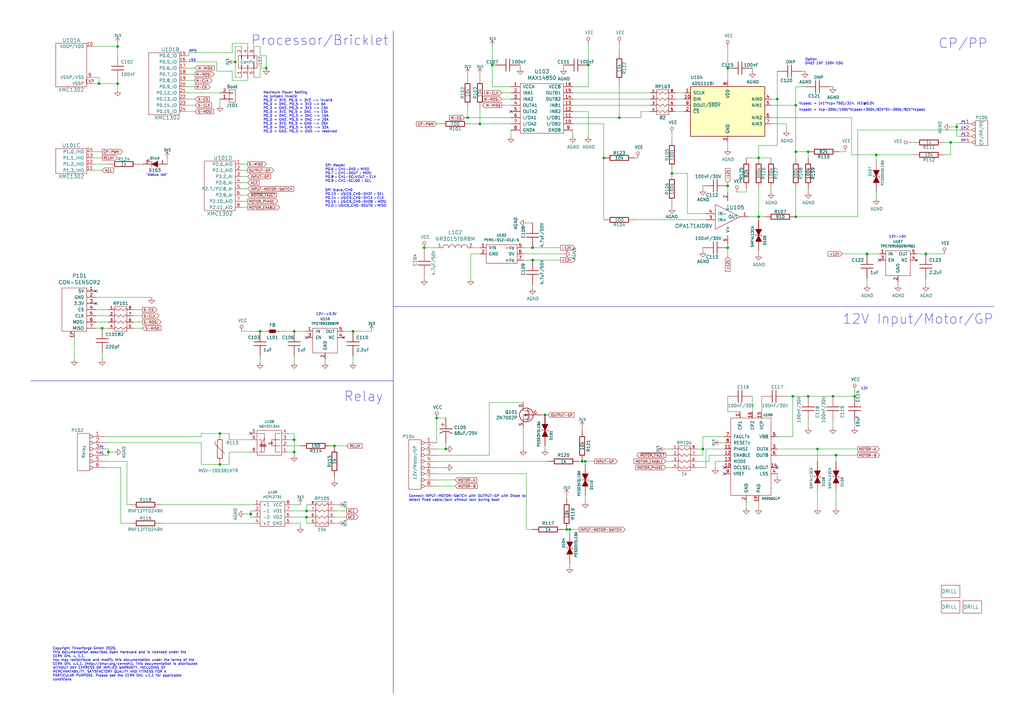
<source format=kicad_sch>
(kicad_sch (version 20230121) (generator eeschema)
  (paper "A3")
  (title_block (title "EVSE Bricklet") (date "2020-11-05") (rev "1.4") (company "Tinkerforge GmbH") (comment 1 "Licensed under CERN OHL v.1.1") (comment 2 "Copyright (©) 2020, B.Nordmeyer <bastian@tinkerforge.com>"))
  (junction (at 288.29 184.15))
  (junction (at 125.73 212.09))
  (junction (at 106.68 135.89))
  (junction (at 325.12 162.56))
  (junction (at 326.39 62.23))
  (junction (at 331.47 162.56))
  (junction (at 389.89 58.42))
  (junction (at 102.87 210.82))
  (junction (at 120.65 180.34))
  (junction (at 298.45 101.6))
  (junction (at 318.77 40.64))
  (junction (at 240.03 189.23))
  (junction (at 350.52 162.56))
  (junction (at 298.45 27.94))
  (junction (at 392.43 52.07))
  (junction (at 275.59 71.12))
  (junction (at 232.41 217.17))
  (junction (at 379.73 104.14))
  (junction (at 120.65 185.42))
  (junction (at 241.3 26.67))
  (junction (at 238.76 189.23))
  (junction (at 218.44 101.6))
  (junction (at 223.52 170.18))
  (junction (at 247.65 64.77))
  (junction (at 233.68 217.17))
  (junction (at 48.26 34.29))
  (junction (at 342.9 186.69))
  (junction (at 196.85 50.8))
  (junction (at 335.28 184.15))
  (junction (at 355.6 104.14))
  (junction (at 109.22 27.94))
  (junction (at 96.52 25.4))
  (junction (at 120.65 135.89))
  (junction (at 341.63 162.56))
  (junction (at 326.39 88.9))
  (junction (at 90.17 177.8))
  (junction (at 173.99 101.6))
  (junction (at 144.78 135.89))
  (junction (at 201.93 26.67))
  (junction (at 137.16 182.88))
  (junction (at 179.07 171.45))
  (junction (at 48.26 19.05))
  (junction (at 311.15 88.9))
  (junction (at 311.15 64.77))
  (junction (at 182.88 184.15))
  (junction (at 44.45 185.42))
  (junction (at 326.39 43.18))
  (junction (at 90.17 190.5))
  (junction (at 41.91 134.62))
  (junction (at 218.44 106.68))
  (junction (at 359.41 63.5))
  (junction (at 254 48.26))
  (junction (at 125.73 209.55))
  (junction (at 40.64 34.29))
  (junction (at 191.77 48.26))
  (junction (at 331.47 62.23))
  (junction (at 298.45 76.2))
  (no_connect (at 297.18 191.77))
  (no_connect (at 297.18 194.31))
  (no_connect (at 125.73 138.43))
  (no_connect (at 39.37 119.38))
  (no_connect (at 318.77 191.77))
  (no_connect (at 209.55 45.72))
  (no_connect (at 360.68 106.68))
  (no_connect (at 39.37 124.46))
  (no_connect (at 102.87 177.8))
  (wire (pts (xy 95.25 17.78) (xy 95.25 21.59)))
  (wire (pts (xy 191.77 44.45) (xy 191.77 48.26)))
  (wire (pts (xy 101.6 17.78) (xy 95.25 17.78)))
  (wire (pts (xy 392.43 52.07) (xy 389.89 52.07)))
  (wire (pts (xy 99.06 69.85) (xy 101.6 69.85)))
  (wire (pts (xy 231.14 104.14) (xy 214.63 104.14)))
  (wire (pts (xy 38.1 62.23) (xy 41.91 62.23)))
  (polyline (pts (xy 161.29 156.21) (xy 12.7 156.21)))
  (wire (pts (xy 325.12 162.56) (xy 322.58 162.56)))
  (wire (pts (xy 186.69 199.39) (xy 179.07 199.39)))
  (wire (pts (xy 201.93 26.67) (xy 201.93 35.56)))
  (wire (pts (xy 325.12 179.07) (xy 325.12 162.56)))
  (wire (pts (xy 311.15 88.9) (xy 311.15 77.47)))
  (wire (pts (xy 325.12 162.56) (xy 331.47 162.56)))
  (wire (pts (xy 120.65 185.42) (xy 120.65 186.69)))
  (wire (pts (xy 342.9 208.28) (xy 342.9 201.93)))
  (wire (pts (xy 54.61 134.62) (xy 58.42 134.62)))
  (wire (pts (xy 93.98 185.42) (xy 102.87 185.42)))
  (wire (pts (xy 231.14 217.17) (xy 232.41 217.17)))
  (wire (pts (xy 173.99 114.3) (xy 173.99 113.03)))
  (wire (pts (xy 38.1 34.29) (xy 40.64 34.29)))
  (wire (pts (xy 298.45 168.91) (xy 298.45 162.56)))
  (wire (pts (xy 43.18 186.69) (xy 44.45 186.69)))
  (wire (pts (xy 99.06 72.39) (xy 101.6 72.39)))
  (wire (pts (xy 318.77 195.58) (xy 318.77 194.31)))
  (wire (pts (xy 241.3 35.56) (xy 234.95 35.56)))
  (wire (pts (xy 53.34 207.01) (xy 52.07 207.01)))
  (wire (pts (xy 359.41 63.5) (xy 359.41 66.04)))
  (wire (pts (xy 275.59 69.85) (xy 275.59 71.12)))
  (wire (pts (xy 119.38 214.63) (xy 123.19 214.63)))
  (wire (pts (xy 285.75 186.69) (xy 288.29 186.69)))
  (wire (pts (xy 280.67 40.64) (xy 276.86 40.64)))
  (wire (pts (xy 288.29 77.47) (xy 288.29 76.2)))
  (wire (pts (xy 120.65 177.8) (xy 120.65 180.34)))
  (wire (pts (xy 247.65 64.77) (xy 247.65 90.17)))
  (wire (pts (xy 311.15 88.9) (xy 311.15 90.17)))
  (wire (pts (xy 102.87 180.34) (xy 93.98 180.34)))
  (wire (pts (xy 288.29 186.69) (xy 288.29 184.15)))
  (wire (pts (xy 80.01 35.56) (xy 76.2 35.56)))
  (wire (pts (xy 297.18 186.69) (xy 290.83 186.69)))
  (wire (pts (xy 182.88 181.61) (xy 182.88 184.15)))
  (wire (pts (xy 290.83 189.23) (xy 285.75 189.23)))
  (wire (pts (xy 306.07 64.77) (xy 311.15 64.77)))
  (wire (pts (xy 76.2 40.64) (xy 80.01 40.64)))
  (wire (pts (xy 43.18 179.07) (xy 82.55 179.07)))
  (wire (pts (xy 49.53 214.63) (xy 49.53 191.77)))
  (wire (pts (xy 298.45 74.93) (xy 298.45 76.2)))
  (wire (pts (xy 262.89 48.26) (xy 262.89 45.72)))
  (wire (pts (xy 218.44 101.6) (xy 229.87 101.6)))
  (wire (pts (xy 326.39 35.56) (xy 330.2 35.56)))
  (wire (pts (xy 196.85 31.75) (xy 196.85 30.48)))
  (wire (pts (xy 39.37 127) (xy 44.45 127)))
  (wire (pts (xy 306.07 78.74) (xy 306.07 77.47)))
  (wire (pts (xy 49.53 214.63) (xy 53.34 214.63)))
  (wire (pts (xy 214.63 106.68) (xy 218.44 106.68)))
  (wire (pts (xy 316.23 78.74) (xy 316.23 77.47)))
  (polyline (pts (xy 161.29 12.7) (xy 161.29 284.48)))
  (wire (pts (xy 355.6 104.14) (xy 360.68 104.14)))
  (wire (pts (xy 215.9 217.17) (xy 218.44 217.17)))
  (wire (pts (xy 109.22 135.89) (xy 106.68 135.89)))
  (wire (pts (xy 318.77 184.15) (xy 335.28 184.15)))
  (wire (pts (xy 273.05 191.77) (xy 275.59 191.77)))
  (wire (pts (xy 120.65 135.89) (xy 125.73 135.89)))
  (wire (pts (xy 318.77 179.07) (xy 325.12 179.07)))
  (wire (pts (xy 102.87 212.09) (xy 104.14 212.09)))
  (wire (pts (xy 76.2 22.86) (xy 77.47 22.86)))
  (wire (pts (xy 288.29 102.87) (xy 288.29 101.6)))
  (wire (pts (xy 106.68 148.59) (xy 106.68 146.05)))
  (wire (pts (xy 326.39 88.9) (xy 351.79 88.9)))
  (wire (pts (xy 308.61 27.94) (xy 308.61 29.21)))
  (wire (pts (xy 280.67 45.72) (xy 276.86 45.72)))
  (wire (pts (xy 285.75 184.15) (xy 288.29 184.15)))
  (wire (pts (xy 68.58 64.77) (xy 68.58 67.31)))
  (wire (pts (xy 238.76 176.53) (xy 238.76 175.26)))
  (wire (pts (xy 295.91 181.61) (xy 297.18 181.61)))
  (wire (pts (xy 293.37 189.23) (xy 293.37 191.77)))
  (wire (pts (xy 241.3 45.72) (xy 241.3 55.88)))
  (wire (pts (xy 93.98 190.5) (xy 93.98 185.42)))
  (wire (pts (xy 99.06 80.01) (xy 101.6 80.01)))
  (wire (pts (xy 44.45 184.15) (xy 43.18 184.15)))
  (wire (pts (xy 303.53 168.91) (xy 298.45 168.91)))
  (wire (pts (xy 240.03 189.23) (xy 243.84 189.23)))
  (wire (pts (xy 48.26 19.05) (xy 48.26 22.86)))
  (wire (pts (xy 193.04 104.14) (xy 193.04 114.3)))
  (wire (pts (xy 179.07 194.31) (xy 215.9 194.31)))
  (wire (pts (xy 316.23 50.8) (xy 322.58 50.8)))
  (wire (pts (xy 125.73 214.63) (xy 125.73 212.09)))
  (wire (pts (xy 118.11 180.34) (xy 120.65 180.34)))
  (wire (pts (xy 48.26 33.02) (xy 48.26 34.29)))
  (wire (pts (xy 311.15 208.28) (xy 311.15 205.74)))
  (wire (pts (xy 359.41 78.74) (xy 359.41 81.28)))
  (wire (pts (xy 120.65 148.59) (xy 120.65 146.05)))
  (wire (pts (xy 118.11 182.88) (xy 123.19 182.88)))
  (wire (pts (xy 298.45 105.41) (xy 298.45 101.6)))
  (wire (pts (xy 240.03 190.5) (xy 240.03 189.23)))
  (wire (pts (xy 101.6 31.75) (xy 101.6 33.02)))
  (wire (pts (xy 260.35 64.77) (xy 261.62 64.77)))
  (wire (pts (xy 233.68 217.17) (xy 237.49 217.17)))
  (wire (pts (xy 218.44 118.11) (xy 218.44 116.84)))
  (wire (pts (xy 76.2 38.1) (xy 90.17 38.1)))
  (wire (pts (xy 142.24 212.09) (xy 137.16 212.09)))
  (wire (pts (xy 109.22 22.86) (xy 109.22 27.94)))
  (wire (pts (xy 52.07 189.23) (xy 52.07 207.01)))
  (wire (pts (xy 389.89 58.42) (xy 393.7 58.42)))
  (wire (pts (xy 125.73 212.09) (xy 127 212.09)))
  (wire (pts (xy 137.16 209.55) (xy 142.24 209.55)))
  (wire (pts (xy 273.05 184.15) (xy 275.59 184.15)))
  (wire (pts (xy 58.42 67.31) (xy 57.15 67.31)))
  (wire (pts (xy 234.95 45.72) (xy 241.3 45.72)))
  (wire (pts (xy 233.68 218.44) (xy 233.68 217.17)))
  (wire (pts (xy 209.55 55.88) (xy 209.55 53.34)))
  (wire (pts (xy 213.36 27.94) (xy 213.36 26.67)))
  (wire (pts (xy 106.68 27.94) (xy 109.22 27.94)))
  (wire (pts (xy 234.95 38.1) (xy 266.7 38.1)))
  (wire (pts (xy 289.56 184.15) (xy 289.56 191.77)))
  (wire (pts (xy 90.17 190.5) (xy 93.98 190.5)))
  (wire (pts (xy 196.85 44.45) (xy 196.85 50.8)))
  (wire (pts (xy 104.14 19.05) (xy 106.68 19.05)))
  (wire (pts (xy 200.66 165.1) (xy 214.63 165.1)))
  (wire (pts (xy 349.25 48.26) (xy 349.25 63.5)))
  (wire (pts (xy 298.45 58.42) (xy 298.45 60.96)))
  (wire (pts (xy 297.18 189.23) (xy 293.37 189.23)))
  (wire (pts (xy 234.95 48.26) (xy 254 48.26)))
  (wire (pts (xy 119.38 212.09) (xy 125.73 212.09)))
  (wire (pts (xy 232.41 217.17) (xy 233.68 217.17)))
  (wire (pts (xy 99.06 135.89) (xy 106.68 135.89)))
  (wire (pts (xy 80.01 30.48) (xy 76.2 30.48)))
  (wire (pts (xy 142.24 182.88) (xy 137.16 182.88)))
  (wire (pts (xy 80.01 27.94) (xy 76.2 27.94)))
  (wire (pts (xy 359.41 63.5) (xy 349.25 63.5)))
  (wire (pts (xy 241.3 26.67) (xy 241.3 35.56)))
  (wire (pts (xy 275.59 71.12) (xy 281.94 71.12)))
  (wire (pts (xy 203.2 26.67) (xy 201.93 26.67)))
  (wire (pts (xy 127 207.01) (xy 125.73 207.01)))
  (wire (pts (xy 104.14 31.75) (xy 106.68 31.75)))
  (wire (pts (xy 311.15 88.9) (xy 313.69 88.9)))
  (wire (pts (xy 200.66 165.1) (xy 200.66 186.69)))
  (wire (pts (xy 101.6 19.05) (xy 101.6 17.78)))
  (wire (pts (xy 127 214.63) (xy 125.73 214.63)))
  (wire (pts (xy 311.15 59.69) (xy 311.15 64.77)))
  (wire (pts (xy 280.67 38.1) (xy 276.86 38.1)))
  (wire (pts (xy 379.73 104.14) (xy 387.35 104.14)))
  (wire (pts (xy 298.45 27.94) (xy 298.45 33.02)))
  (wire (pts (xy 318.77 40.64) (xy 318.77 29.21)))
  (wire (pts (xy 80.01 33.02) (xy 76.2 33.02)))
  (wire (pts (xy 374.65 63.5) (xy 359.41 63.5)))
  (wire (pts (xy 289.56 184.15) (xy 297.18 184.15)))
  (wire (pts (xy 101.6 33.02) (xy 95.25 33.02)))
  (wire (pts (xy 93.98 177.8) (xy 90.17 177.8)))
  (wire (pts (xy 39.37 132.08) (xy 44.45 132.08)))
  (wire (pts (xy 137.16 207.01) (xy 138.43 207.01)))
  (wire (pts (xy 275.59 54.61) (xy 275.59 57.15)))
  (wire (pts (xy 350.52 162.56) (xy 350.52 160.02)))
  (wire (pts (xy 234.95 55.88) (xy 234.95 53.34)))
  (wire (pts (xy 179.07 191.77) (xy 182.88 191.77)))
  (wire (pts (xy 229.87 106.68) (xy 218.44 106.68)))
  (wire (pts (xy 119.38 209.55) (xy 125.73 209.55)))
  (wire (pts (xy 99.06 77.47) (xy 101.6 77.47)))
  (wire (pts (xy 298.45 78.74) (xy 298.45 76.2)))
  (wire (pts (xy 307.34 88.9) (xy 311.15 88.9)))
  (wire (pts (xy 340.36 35.56) (xy 341.63 35.56)))
  (wire (pts (xy 392.43 52.07) (xy 392.43 50.8)))
  (wire (pts (xy 331.47 64.77) (xy 331.47 62.23)))
  (wire (pts (xy 205.74 38.1) (xy 209.55 38.1)))
  (wire (pts (xy 311.15 64.77) (xy 316.23 64.77)))
  (wire (pts (xy 114.3 135.89) (xy 120.65 135.89)))
  (wire (pts (xy 247.65 50.8) (xy 247.65 64.77)))
  (wire (pts (xy 201.93 19.05) (xy 201.93 26.67)))
  (wire (pts (xy 179.07 171.45) (xy 182.88 171.45)))
  (wire (pts (xy 77.47 21.59) (xy 95.25 21.59)))
  (wire (pts (xy 288.29 184.15) (xy 288.29 179.07)))
  (wire (pts (xy 273.05 186.69) (xy 275.59 186.69)))
  (wire (pts (xy 179.07 196.85) (xy 186.69 196.85)))
  (wire (pts (xy 191.77 31.75) (xy 191.77 30.48)))
  (wire (pts (xy 241.3 17.78) (xy 241.3 26.67)))
  (wire (pts (xy 38.1 69.85) (xy 41.91 69.85)))
  (wire (pts (xy 196.85 50.8) (xy 209.55 50.8)))
  (wire (pts (xy 76.2 45.72) (xy 80.01 45.72)))
  (wire (pts (xy 93.98 180.34) (xy 93.98 177.8)))
  (wire (pts (xy 179.07 186.69) (xy 200.66 186.69)))
  (wire (pts (xy 222.25 170.18) (xy 223.52 170.18)))
  (wire (pts (xy 102.87 209.55) (xy 102.87 210.82)))
  (wire (pts (xy 30.48 138.43) (xy 30.48 147.32)))
  (wire (pts (xy 240.03 203.2) (xy 240.03 205.74)))
  (wire (pts (xy 335.28 208.28) (xy 335.28 201.93)))
  (wire (pts (xy 215.9 194.31) (xy 215.9 217.17)))
  (wire (pts (xy 306.07 208.28) (xy 306.07 205.74)))
  (wire (pts (xy 76.2 25.4) (xy 88.9 25.4)))
  (wire (pts (xy 281.94 87.63) (xy 289.56 87.63)))
  (wire (pts (xy 144.78 135.89) (xy 152.4 135.89)))
  (wire (pts (xy 326.39 43.18) (xy 326.39 62.23)))
  (wire (pts (xy 95.25 33.02) (xy 95.25 29.21)))
  (wire (pts (xy 43.18 189.23) (xy 52.07 189.23)))
  (wire (pts (xy 41.91 144.78) (xy 41.91 147.32)))
  (wire (pts (xy 254 17.78) (xy 254 21.59)))
  (wire (pts (xy 218.44 101.6) (xy 214.63 101.6)))
  (wire (pts (xy 389.89 58.42) (xy 389.89 63.5)))
  (wire (pts (xy 99.06 67.31) (xy 101.6 67.31)))
  (wire (pts (xy 387.35 58.42) (xy 389.89 58.42)))
  (wire (pts (xy 38.1 67.31) (xy 44.45 67.31)))
  (wire (pts (xy 120.65 180.34) (xy 120.65 185.42)))
  (wire (pts (xy 179.07 189.23) (xy 224.79 189.23)))
  (wire (pts (xy 99.06 85.09) (xy 101.6 85.09)))
  (wire (pts (xy 102.87 210.82) (xy 102.87 212.09)))
  (wire (pts (xy 44.45 134.62) (xy 41.91 134.62)))
  (wire (pts (xy 318.77 40.64) (xy 318.77 59.69)))
  (wire (pts (xy 90.17 43.18) (xy 90.17 40.64)))
  (wire (pts (xy 223.52 170.18) (xy 224.79 170.18)))
  (wire (pts (xy 77.47 22.86) (xy 77.47 21.59)))
  (wire (pts (xy 298.45 100.33) (xy 298.45 101.6)))
  (wire (pts (xy 289.56 90.17) (xy 260.35 90.17)))
  (wire (pts (xy 308.61 168.91) (xy 308.61 162.56)))
  (wire (pts (xy 232.41 204.47) (xy 232.41 203.2)))
  (wire (pts (xy 344.17 62.23) (xy 346.71 62.23)))
  (wire (pts (xy 48.26 34.29) (xy 48.26 36.83)))
  (wire (pts (xy 233.68 232.41) (xy 233.68 231.14)))
  (wire (pts (xy 262.89 45.72) (xy 266.7 45.72)))
  (wire (pts (xy 215.9 91.44) (xy 218.44 91.44)))
  (wire (pts (xy 375.92 104.14) (xy 379.73 104.14)))
  (wire (pts (xy 393.7 53.34) (xy 351.79 53.34)))
  (wire (pts (xy 326.39 62.23) (xy 326.39 64.77)))
  (wire (pts (xy 99.06 82.55) (xy 101.6 82.55)))
  (wire (pts (xy 66.04 207.01) (xy 104.14 207.01)))
  (wire (pts (xy 355.6 116.84) (xy 355.6 114.3)))
  (wire (pts (xy 58.42 127) (xy 54.61 127)))
  (wire (pts (xy 275.59 85.09) (xy 275.59 83.82)))
  (wire (pts (xy 123.19 214.63) (xy 123.19 215.9)))
  (wire (pts (xy 190.5 48.26) (xy 191.77 48.26)))
  (wire (pts (xy 118.11 177.8) (xy 120.65 177.8)))
  (wire (pts (xy 137.16 196.85) (xy 137.16 195.58)))
  (wire (pts (xy 331.47 175.26) (xy 331.47 172.72)))
  (wire (pts (xy 231.14 27.94) (xy 231.14 26.67)))
  (wire (pts (xy 234.95 43.18) (xy 266.7 43.18)))
  (wire (pts (xy 205.74 43.18) (xy 209.55 43.18)))
  (wire (pts (xy 316.23 43.18) (xy 326.39 43.18)))
  (wire (pts (xy 39.37 121.92) (xy 62.23 121.92)))
  (wire (pts (xy 312.42 168.91) (xy 312.42 162.56)))
  (wire (pts (xy 342.9 189.23) (xy 342.9 186.69)))
  (wire (pts (xy 76.2 43.18) (xy 80.01 43.18)))
  (wire (pts (xy 254 48.26) (xy 254 34.29)))
  (wire (pts (xy 49.53 191.77) (xy 43.18 191.77)))
  (wire (pts (xy 44.45 185.42) (xy 46.99 185.42)))
  (wire (pts (xy 318.77 186.69) (xy 342.9 186.69)))
  (wire (pts (xy 96.52 19.05) (xy 96.52 25.4)))
  (wire (pts (xy 179.07 171.45) (xy 179.07 181.61)))
  (wire (pts (xy 38.1 64.77) (xy 41.91 64.77)))
  (wire (pts (xy 106.68 31.75) (xy 106.68 27.94)))
  (wire (pts (xy 193.04 50.8) (xy 196.85 50.8)))
  (wire (pts (xy 345.44 104.14) (xy 355.6 104.14)))
  (wire (pts (xy 43.18 181.61) (xy 82.55 181.61)))
  (wire (pts (xy 40.64 31.75) (xy 40.64 34.29)))
  (wire (pts (xy 82.55 177.8) (xy 82.55 179.07)))
  (wire (pts (xy 351.79 53.34) (xy 351.79 88.9)))
  (wire (pts (xy 196.85 104.14) (xy 193.04 104.14)))
  (wire (pts (xy 373.38 58.42) (xy 374.65 58.42)))
  (wire (pts (xy 280.67 43.18) (xy 276.86 43.18)))
  (wire (pts (xy 238.76 189.23) (xy 240.03 189.23)))
  (wire (pts (xy 326.39 88.9) (xy 326.39 77.47)))
  (wire (pts (xy 331.47 78.74) (xy 331.47 77.47)))
  (wire (pts (xy 254 48.26) (xy 262.89 48.26)))
  (wire (pts (xy 106.68 19.05) (xy 106.68 22.86)))
  (wire (pts (xy 140.97 135.89) (xy 144.78 135.89)))
  (wire (pts (xy 137.16 214.63) (xy 138.43 214.63)))
  (wire (pts (xy 290.83 186.69) (xy 290.83 189.23)))
  (wire (pts (xy 133.35 148.59) (xy 133.35 147.32)))
  (wire (pts (xy 179.07 50.8) (xy 180.34 50.8)))
  (wire (pts (xy 288.29 179.07) (xy 297.18 179.07)))
  (wire (pts (xy 194.31 101.6) (xy 196.85 101.6)))
  (wire (pts (xy 38.1 31.75) (xy 40.64 31.75)))
  (wire (pts (xy 350.52 175.26) (xy 350.52 172.72)))
  (wire (pts (xy 90.17 177.8) (xy 82.55 177.8)))
  (wire (pts (xy 58.42 132.08) (xy 54.61 132.08)))
  (wire (pts (xy 275.59 189.23) (xy 273.05 189.23)))
  (wire (pts (xy 335.28 184.15) (xy 351.79 184.15)))
  (wire (pts (xy 237.49 189.23) (xy 238.76 189.23)))
  (wire (pts (xy 48.26 17.78) (xy 48.26 19.05)))
  (wire (pts (xy 173.99 101.6) (xy 173.99 102.87)))
  (wire (pts (xy 368.3 116.84) (xy 368.3 115.57)))
  (wire (pts (xy 82.55 190.5) (xy 90.17 190.5)))
  (wire (pts (xy 285.75 191.77) (xy 289.56 191.77)))
  (wire (pts (xy 302.26 78.74) (xy 306.07 78.74)))
  (wire (pts (xy 341.63 162.56) (xy 350.52 162.56)))
  (wire (pts (xy 144.78 146.05) (xy 144.78 148.59)))
  (wire (pts (xy 106.68 22.86) (xy 109.22 22.86)))
  (wire (pts (xy 379.73 114.3) (xy 379.73 116.84)))
  (wire (pts (xy 328.93 29.21) (xy 330.2 29.21)))
  (wire (pts (xy 209.55 35.56) (xy 201.93 35.56)))
  (wire (pts (xy 393.7 55.88) (xy 392.43 55.88)))
  (wire (pts (xy 341.63 175.26) (xy 341.63 172.72)))
  (wire (pts (xy 191.77 48.26) (xy 209.55 48.26)))
  (wire (pts (xy 335.28 189.23) (xy 335.28 184.15)))
  (wire (pts (xy 298.45 19.05) (xy 298.45 27.94)))
  (wire (pts (xy 95.25 29.21) (xy 88.9 29.21)))
  (wire (pts (xy 266.7 40.64) (xy 234.95 40.64)))
  (wire (pts (xy 66.04 214.63) (xy 104.14 214.63)))
  (wire (pts (xy 44.45 185.42) (xy 44.45 184.15)))
  (wire (pts (xy 322.58 50.8) (xy 322.58 53.34)))
  (wire (pts (xy 118.11 185.42) (xy 120.65 185.42)))
  (wire (pts (xy 281.94 71.12) (xy 281.94 87.63)))
  (wire (pts (xy 331.47 62.23) (xy 326.39 62.23)))
  (wire (pts (xy 331.47 162.56) (xy 341.63 162.56)))
  (wire (pts (xy 82.55 181.61) (xy 82.55 190.5)))
  (wire (pts (xy 99.06 74.93) (xy 101.6 74.93)))
  (wire (pts (xy 316.23 48.26) (xy 349.25 48.26)))
  (wire (pts (xy 40.64 34.29) (xy 48.26 34.29)))
  (wire (pts (xy 179.07 184.15) (xy 182.88 184.15)))
  (wire (pts (xy 392.43 50.8) (xy 393.7 50.8)))
  (wire (pts (xy 38.1 19.05) (xy 48.26 19.05)))
  (wire (pts (xy 125.73 209.55) (xy 127 209.55)))
  (wire (pts (xy 318.77 59.69) (xy 311.15 59.69)))
  (wire (pts (xy 234.95 50.8) (xy 247.65 50.8)))
  (wire (pts (xy 54.61 129.54) (xy 58.42 129.54)))
  (wire (pts (xy 205.74 40.64) (xy 209.55 40.64)))
  (polyline (pts (xy 161.29 125.73) (xy 407.67 125.73)))
  (wire (pts (xy 214.63 175.26) (xy 214.63 184.15)))
  (wire (pts (xy 39.37 134.62) (xy 41.91 134.62)))
  (wire (pts (xy 342.9 186.69) (xy 351.79 186.69)))
  (wire (pts (xy 44.45 129.54) (xy 39.37 129.54)))
  (wire (pts (xy 88.9 29.21) (xy 88.9 25.4)))
  (wire (pts (xy 316.23 40.64) (xy 318.77 40.64)))
  (wire (pts (xy 99.06 31.75) (xy 96.52 31.75)))
  (wire (pts (xy 119.38 207.01) (xy 123.19 207.01)))
  (wire (pts (xy 44.45 186.69) (xy 44.45 185.42)))
  (wire (pts (xy 389.89 63.5) (xy 387.35 63.5)))
  (wire (pts (xy 102.87 210.82) (xy 100.33 210.82)))
  (wire (pts (xy 96.52 31.75) (xy 96.52 25.4)))
  (wire (pts (xy 125.73 207.01) (xy 125.73 209.55)))
  (wire (pts (xy 137.16 182.88) (xy 135.89 182.88)))
  (wire (pts (xy 223.52 184.15) (xy 223.52 182.88)))
  (wire (pts (xy 311.15 104.14) (xy 311.15 102.87)))
  (wire (pts (xy 392.43 52.07) (xy 392.43 55.88)))
  (wire (pts (xy 99.06 19.05) (xy 96.52 19.05)))
  (wire (pts (xy 326.39 43.18) (xy 326.39 35.56)))
  (wire (pts (xy 104.14 209.55) (xy 102.87 209.55)))
  (wire (pts (xy 173.99 101.6) (xy 179.07 101.6)))
  (text "Relay" (at 140.97 165.1 0) (effects (font (size 3.9878 3.9878)) (justify left bottom)))
  (text "Vcpadc = Vcp-300k/100k*Vcpadc+300k/82k*5V-300k/82k*Vcpadc" (at 327.66 45.72 0) (effects (font (size 0.9906 0.9906)) (justify left bottom)))
  (text "12V" (at 353.06 160.02 0) (effects (font (size 0.9906 0.9906)) (justify left bottom)))
  (text "PP" (at 396.24 58.42 0) (effects (font (size 0.9906 0.9906)) (justify right bottom)))
  (text "Processor/Bricklet" (at 102.87 19.05 0) (effects (font (size 3.9878 3.9878)) (justify left bottom)))
  (text "LSS" (at 77.47 25.4 0) (effects (font (size 0.9906 0.9906)) (justify left bottom)))
  (text "\"status led\"" (at 59.69 72.39 0) (effects (font (size 0.9906 0.9906)) (justify left bottom)))
  (text "SPI Slave/CH0\nP0.13 : USIC0_CH0-DX2F : SEL\nP0.14 : USIC0_CH0-DX1A : CLK\nP0.15 : USIC0_CH0-DX0B : MOSI\nP2.0 : USIC0_CH0-DOUT0 : MISO" (at 133.35 85.09 0) (effects (font (size 0.9906 0.9906)) (justify left bottom)))
  (text "Maximum Power Setting\nno jumper: invalid\nP0_0 = 3V3, P0_5 = 3V3 -> invalid\nP0_0 = DNC, P0_5 = 3V3 -> 6A\nP0_0 = GND, P0_5 = 3V3 -> 10A\nP0_0 = 3V3, P0_5 = DNC -> 13A\nP0_0 = DNC, P0_5 = DNC -> 16A\nP0_0 = GND, P0_5 = DNC -> 20A\nP0_0 = 3V3, P0_5 = GND -> 25A\nP0_0 = DNC, P0_5 = GND -> 32A\nP0_0 = GND, P0_5 = GND -> reserved" (at 107.95 54.61 0) (effects (font (size 0.9906 0.9906)) (justify left bottom)))
  (text "CP/PP" (at 384.81 20.32 0) (effects (font (size 3.9878 3.9878)) (justify left bottom)))
  (text "PE" (at 396.24 55.88 0) (effects (font (size 0.9906 0.9906)) (justify right bottom)))
  (text "PE" (at 40.64 184.15 0) (effects (font (size 0.9906 0.9906)) (justify left bottom)))
  (text "MPS" (at 77.47 21.59 0) (effects (font (size 0.9906 0.9906)) (justify left bottom)))
  (text "PE" (at 396.24 50.8 0) (effects (font (size 0.9906 0.9906)) (justify right bottom)))
  (text "PE" (at 40.64 186.69 0) (effects (font (size 0.9906 0.9906)) (justify left bottom)))
  (text "12V Input/Motor/GP" (at 345.44 133.35 0) (effects (font (size 3.9878 3.9878)) (justify left bottom)))
  (text "Option\n0402 1NF 100V C0G" (at 330.2 26.67 0) (effects (font (size 0.9906 0.9906)) (justify left bottom)))
  (text "12V->5V" (at 364.49 97.79 0) (effects (font (size 0.9906 0.9906)) (justify left bottom)))
  (text "Copyright Tinkerforge GmbH 2020.\nThis documentation describes Open Hardware and is licensed under the\nCERN OHL v. 1.1.\nYou may redistribute and modify this documentation under the terms of the\nCERN OHL v.1.1. (http://ohwr.org/cernohl). This documentation is distributed\nWITHOUT ANY EXPRESS OR IMPLIED WARRANTY, INCLUDING OF\nMERCHANTABILITY, SATISFACTORY QUALITY AND FITNESS FOR A\nPARTICULAR PURPOSE. Please see the CERN OHL v.1.1 for applicable\nconditions" (at 21.59 279.4 0) (effects (font (size 0.9906 0.9906)) (justify left bottom)))
  (text "CP" (at 396.24 53.34 0) (effects (font (size 0.9906 0.9906)) (justify right bottom)))
  (text "Connect INPUT-MOTOR-SWITCH with OUTPUT-GP with Diode to \ndetect fixed cable/jack without lock during boot" (at 167.64 205.74 0) (effects (font (size 0.9906 0.9906)) (justify left bottom)))
  (text "12V->3.3V" (at 129.54 129.54 0) (effects (font (size 0.9906 0.9906)) (justify left bottom)))
  (text "Vcpadc = (41*Vcp+750)/314, VEE@5.0V" (at 327.66 43.18 0) (effects (font (size 0.9906 0.9906)) (justify left bottom)))
  (text "SPI Master\nP0.6 : CH1-DX0 : MISO\nP0.7 : CH1-DOUT : MOSI\nP0.8 : CH1-SCLKOUT : CLK\nP0.9 : CH1-SELO0 : SEL" (at 133.35 74.93 0) (effects (font (size 0.9906 0.9906)) (justify left bottom)))
  (global_label "M-MOSI" (shape input) (at 205.74 40.64 180) (effects (font (size 0.9906 0.9906))) (property "Intersheetrefs" "${INTERSHEET_REFS}" (effects hide)))
  (global_label "S-MISO" (shape input) (at 58.42 134.62 0) (effects (font (size 0.9906 0.9906))) (property "Intersheetrefs" "${INTERSHEET_REFS}" (effects hide)))
  (global_label "+12V" (shape input) (at 298.45 105.41 270) (effects (font (size 0.9906 0.9906))) (property "Intersheetrefs" "${INTERSHEET_REFS}" (effects hide)))
  (global_label "CP-PWM" (shape input) (at 179.07 50.8 180) (effects (font (size 0.9906 0.9906))) (property "Intersheetrefs" "${INTERSHEET_REFS}" (effects hide)))
  (global_label "M-CLK" (shape input) (at 205.74 38.1 180) (effects (font (size 0.9906 0.9906))) (property "Intersheetrefs" "${INTERSHEET_REFS}" (effects hide)))
  (global_label "-12V" (shape input) (at 298.45 74.93 90) (effects (font (size 0.9906 0.9906))) (property "Intersheetrefs" "${INTERSHEET_REFS}" (effects hide)))
  (global_label "MOTOR-B" (shape output) (at 351.79 186.69 0) (effects (font (size 0.9906 0.9906))) (property "Intersheetrefs" "${INTERSHEET_REFS}" (effects hide)))
  (global_label "M-MOSI" (shape output) (at 80.01 30.48 0) (effects (font (size 0.9906 0.9906))) (property "Intersheetrefs" "${INTERSHEET_REFS}" (effects hide)))
  (global_label "MOTOR_PHASE" (shape input) (at 273.05 191.77 180) (effects (font (size 0.9906 0.9906))) (property "Intersheetrefs" "${INTERSHEET_REFS}" (effects hide)))
  (global_label "AC1" (shape input) (at 41.91 69.85 0) (effects (font (size 0.9906 0.9906))) (property "Intersheetrefs" "${INTERSHEET_REFS}" (effects hide)))
  (global_label "MOTOR-A" (shape input) (at 186.69 196.85 0) (effects (font (size 0.9906 0.9906))) (property "Intersheetrefs" "${INTERSHEET_REFS}" (effects hide)))
  (global_label "MOTOR-B" (shape input) (at 186.69 199.39 0) (effects (font (size 0.9906 0.9906))) (property "Intersheetrefs" "${INTERSHEET_REFS}" (effects hide)))
  (global_label "MOTOR-A" (shape output) (at 351.79 184.15 0) (effects (font (size 0.9906 0.9906))) (property "Intersheetrefs" "${INTERSHEET_REFS}" (effects hide)))
  (global_label "S-CLK" (shape output) (at 58.42 129.54 0) (effects (font (size 0.9906 0.9906))) (property "Intersheetrefs" "${INTERSHEET_REFS}" (effects hide)))
  (global_label "S-CS" (shape output) (at 58.42 127 0) (effects (font (size 0.9906 0.9906))) (property "Intersheetrefs" "${INTERSHEET_REFS}" (effects hide)))
  (global_label "S-CS" (shape input) (at 80.01 40.64 0) (effects (font (size 0.9906 0.9906))) (property "Intersheetrefs" "${INTERSHEET_REFS}" (effects hide)))
  (global_label "S-CLK" (shape input) (at 80.01 43.18 0) (effects (font (size 0.9906 0.9906))) (property "Intersheetrefs" "${INTERSHEET_REFS}" (effects hide)))
  (global_label "INPUT-GP" (shape input) (at 101.6 72.39 0) (effects (font (size 0.9906 0.9906))) (property "Intersheetrefs" "${INTERSHEET_REFS}" (effects hide)))
  (global_label "S-MOSI" (shape input) (at 80.01 45.72 0) (effects (font (size 0.9906 0.9906))) (property "Intersheetrefs" "${INTERSHEET_REFS}" (effects hide)))
  (global_label "INPUT-MOTOR-SWITCH" (shape output) (at 237.49 217.17 0) (effects (font (size 0.9906 0.9906))) (property "Intersheetrefs" "${INTERSHEET_REFS}" (effects hide)))
  (global_label "-12V" (shape output) (at 229.87 101.6 0) (effects (font (size 0.9906 0.9906))) (property "Intersheetrefs" "${INTERSHEET_REFS}" (effects hide)))
  (global_label "M-MISO" (shape output) (at 205.74 43.18 180) (effects (font (size 0.9906 0.9906))) (property "Intersheetrefs" "${INTERSHEET_REFS}" (effects hide)))
  (global_label "CP-PWM" (shape output) (at 41.91 62.23 0) (effects (font (size 0.9906 0.9906))) (property "Intersheetrefs" "${INTERSHEET_REFS}" (effects hide)))
  (global_label "AC2" (shape output) (at 142.24 212.09 0) (effects (font (size 0.9906 0.9906))) (property "Intersheetrefs" "${INTERSHEET_REFS}" (effects hide)))
  (global_label "M-CS" (shape output) (at 80.01 35.56 0) (effects (font (size 0.9906 0.9906))) (property "Intersheetrefs" "${INTERSHEET_REFS}" (effects hide)))
  (global_label "MOTOR_ENABLE" (shape output) (at 101.6 85.09 0) (effects (font (size 0.9906 0.9906))) (property "Intersheetrefs" "${INTERSHEET_REFS}" (effects hide)))
  (global_label "INPUT-MOTOR-SWITCH" (shape input) (at 101.6 77.47 0) (effects (font (size 0.9906 0.9906))) (property "Intersheetrefs" "${INTERSHEET_REFS}" (effects hide)))
  (global_label "~{MOTOR_FAULT}" (shape output) (at 273.05 186.69 180) (effects (font (size 0.9906 0.9906))) (property "Intersheetrefs" "${INTERSHEET_REFS}" (effects hide)))
  (global_label "S-MISO" (shape output) (at 101.6 67.31 0) (effects (font (size 0.9906 0.9906))) (property "Intersheetrefs" "${INTERSHEET_REFS}" (effects hide)))
  (global_label "MOTOR_ENABLE" (shape input) (at 273.05 189.23 180) (effects (font (size 0.9906 0.9906))) (property "Intersheetrefs" "${INTERSHEET_REFS}" (effects hide)))
  (global_label "AC2" (shape input) (at 101.6 74.93 0) (effects (font (size 0.9906 0.9906))) (property "Intersheetrefs" "${INTERSHEET_REFS}" (effects hide)))
  (global_label "AC1" (shape output) (at 142.24 209.55 0) (effects (font (size 0.9906 0.9906))) (property "Intersheetrefs" "${INTERSHEET_REFS}" (effects hide)))
  (global_label "+12V" (shape output) (at 229.87 106.68 0) (effects (font (size 0.9906 0.9906))) (property "Intersheetrefs" "${INTERSHEET_REFS}" (effects hide)))
  (global_label "M-CLK" (shape output) (at 80.01 33.02 0) (effects (font (size 0.9906 0.9906))) (property "Intersheetrefs" "${INTERSHEET_REFS}" (effects hide)))
  (global_label "RELAY" (shape input) (at 142.24 182.88 0) (effects (font (size 0.9906 0.9906))) (property "Intersheetrefs" "${INTERSHEET_REFS}" (effects hide)))
  (global_label "INPUT-GP" (shape output) (at 243.84 189.23 0) (effects (font (size 0.9906 0.9906))) (property "Intersheetrefs" "${INTERSHEET_REFS}" (effects hide)))
  (global_label "+12V" (shape input) (at 345.44 104.14 180) (effects (font (size 0.9906 0.9906))) (property "Intersheetrefs" "${INTERSHEET_REFS}" (effects hide)))
  (global_label "OUTPUT-GP" (shape output) (at 101.6 69.85 0) (effects (font (size 0.9906 0.9906))) (property "Intersheetrefs" "${INTERSHEET_REFS}" (effects hide)))
  (global_label "M-MISO" (shape input) (at 80.01 27.94 0) (effects (font (size 0.9906 0.9906))) (property "Intersheetrefs" "${INTERSHEET_REFS}" (effects hide)))
  (global_label "S-MOSI" (shape output) (at 58.42 132.08 0) (effects (font (size 0.9906 0.9906))) (property "Intersheetrefs" "${INTERSHEET_REFS}" (effects hide)))
  (global_label "OUTPUT-GP" (shape input) (at 224.79 170.18 0) (effects (font (size 0.9906 0.9906))) (property "Intersheetrefs" "${INTERSHEET_REFS}" (effects hide)))
  (global_label "MOTOR_PHASE" (shape output) (at 101.6 82.55 0) (effects (font (size 0.9906 0.9906))) (property "Intersheetrefs" "${INTERSHEET_REFS}" (effects hide)))
  (global_label "~{MOTOR_FAULT}" (shape input) (at 101.6 80.01 0) (effects (font (size 0.9906 0.9906))) (property "Intersheetrefs" "${INTERSHEET_REFS}" (effects hide)))
  (global_label "RELAY" (shape output) (at 41.91 64.77 0) (effects (font (size 0.9906 0.9906))) (property "Intersheetrefs" "${INTERSHEET_REFS}" (effects hide)))
  (global_label "M-CS" (shape input) (at 190.5 48.26 180) (effects (font (size 0.9906 0.9906))) (property "Intersheetrefs" "${INTERSHEET_REFS}" (effects hide)))
  (symbol (lib_id "tinkerforge:XMC1XXX24") (at 29.21 26.67 0) (mirror y) (unit 1)
    (property "Reference" "U101" (at 29.21 16.51 0) (effects (font (size 1.524 1.524))))
    (property "Value" "XMC1302" (at 29.21 36.83 0) (effects (font (size 1.524 1.524))))
    (property "Footprint" "kicad-libraries:QFN24-4x4mm-0.5mm" (effects hide))
  )
  (symbol (lib_id "tinkerforge:XMC1XXX24") (at 67.31 34.29 0) (mirror y) (unit 2)
    (property "Reference" "U101" (at 69.85 20.32 0) (effects (font (size 1.524 1.524))))
    (property "Value" "XMC1302" (at 68.58 48.26 0) (effects (font (size 1.524 1.524))))
    (property "Footprint" "kicad-libraries:QFN24-4x4mm-0.5mm" (effects hide))
  )
  (symbol (lib_id "tinkerforge:XMC1XXX24") (at 29.21 66.04 0) (mirror y) (unit 3)
    (property "Reference" "U101" (at 29.21 59.69 0) (effects (font (size 1.524 1.524))))
    (property "Value" "XMC1302" (at 29.21 72.39 0) (effects (font (size 1.524 1.524))))
    (property "Footprint" "kicad-libraries:QFN24-4x4mm-0.5mm" (effects hide))
  )
  (symbol (lib_id "tinkerforge:XMC1XXX24") (at 90.17 76.2 0) (mirror y) (unit 4)
    (property "Reference" "U101" (at 91.44 64.77 0) (effects (font (size 1.524 1.524))))
    (property "Value" "XMC1302" (at 90.17 87.63 0) (effects (font (size 1.524 1.524))))
    (property "Footprint" "kicad-libraries:QFN24-4x4mm-0.5mm" (effects hide))
  )
  (symbol (lib_id "tinkerforge:3V3") (at 48.26 17.78 0) (unit 1)
    (property "Reference" "#PWR0103" (effects hide))
    (property "Value" "3V3" (at 48.26 14.605 0) (effects (font (size 1.016 1.016))))
  )
  (symbol (lib_id "tinkerforge:GND") (at 48.26 36.83 0) (unit 1)
    (property "Reference" "#PWR0104" (effects hide))
    (property "Value" "GND" (effects hide))
  )
  (symbol (lib_id "tinkerforge:C") (at 355.6 109.22 0) (unit 1)
    (property "Reference" "C122" (at 349.25 106.68 0) (effects (justify left)))
    (property "Value" "1uF" (at 356.87 111.76 0) (effects (justify left)))
    (property "Footprint" "kicad-libraries:C0603F" (effects hide))
  )
  (symbol (lib_id "tinkerforge:C") (at 379.73 109.22 0) (unit 1)
    (property "Reference" "C123" (at 381 106.68 0) (effects (justify left)))
    (property "Value" "2.2uF" (at 381 111.76 0) (effects (justify left)))
    (property "Footprint" "kicad-libraries:C0603F" (effects hide))
  )
  (symbol (lib_id "tinkerforge:INDUCTs") (at 111.76 135.89 270) (unit 1)
    (property "Reference" "L101" (at 111.76 138.43 90))
    (property "Value" "FB" (at 111.76 133.35 90))
    (property "Footprint" "kicad-libraries:R0603F" (effects hide))
  )
  (symbol (lib_id "tinkerforge:C") (at 48.26 27.94 0) (unit 1)
    (property "Reference" "C102" (at 49.53 25.4 0) (effects (justify left)))
    (property "Value" "100nF" (at 49.53 30.48 0) (effects (justify left)))
    (property "Footprint" "kicad-libraries:C0603F" (effects hide))
  )
  (symbol (lib_id "tinkerforge:CONN_01X02") (at 95.25 39.37 0) (mirror x) (unit 1)
    (property "Reference" "J101" (at 95.25 43.18 0))
    (property "Value" "Boot" (at 95.25 35.56 0))
    (property "Footprint" "kicad-libraries:SolderJumper" (effects hide))
  )
  (symbol (lib_id "tinkerforge:GND") (at 90.17 43.18 0) (unit 1)
    (property "Reference" "#PWR0107" (effects hide))
    (property "Value" "GND" (effects hide))
  )
  (symbol (lib_id "tinkerforge:ADS1118I") (at 298.45 45.72 0) (mirror y) (unit 1)
    (property "Reference" "U104" (at 285.75 31.75 0))
    (property "Value" "ADS1118I" (at 288.29 34.29 0))
    (property "Footprint" "kicad-libraries:VSSOP10" (effects hide))
  )
  (symbol (lib_id "tinkerforge:LED") (at 63.5 67.31 180) (unit 1)
    (property "Reference" "D103" (at 63.5 69.85 0))
    (property "Value" "blue" (at 63.5 64.77 0))
    (property "Footprint" "kicad-libraries:D0603F" (effects hide))
  )
  (symbol (lib_id "tinkerforge:AGND") (at 298.45 60.96 0) (unit 1)
    (property "Reference" "#PWR0136" (effects hide))
    (property "Value" "AGND" (at 298.577 65.3542 0))
  )
  (symbol (lib_id "tinkerforge:C") (at 303.53 27.94 90) (unit 1)
    (property "Reference" "C115" (at 300.99 26.67 90) (effects (justify left)))
    (property "Value" "100nF" (at 311.15 26.67 90) (effects (justify left)))
    (property "Footprint" "kicad-libraries:C0603F" (effects hide))
  )
  (symbol (lib_id "tinkerforge:AGND") (at 308.61 29.21 0) (unit 1)
    (property "Reference" "#PWR0138" (effects hide))
    (property "Value" "AGND" (at 308.737 33.6042 0))
  )
  (symbol (lib_id "tinkerforge:R_PACK4") (at 271.78 46.99 0) (unit 1)
    (property "Reference" "RP103" (at 271.78 35.56 0))
    (property "Value" "82" (at 271.78 48.26 0))
    (property "Footprint" "kicad-libraries:4X0402" (effects hide))
  )
  (symbol (lib_id "tinkerforge:R") (at 186.69 50.8 270) (unit 1)
    (property "Reference" "R101" (at 186.69 52.832 90))
    (property "Value" "100" (at 186.69 50.8 90))
    (property "Footprint" "kicad-libraries:R0603F" (effects hide))
  )
  (symbol (lib_id "tinkerforge:MAX14850") (at 222.25 44.45 0) (unit 1)
    (property "Reference" "U103" (at 222.25 29.2862 0) (effects (font (size 1.524 1.524))))
    (property "Value" "MAX14850" (at 222.25 31.9786 0) (effects (font (size 1.524 1.524))))
    (property "Footprint" "kicad-libraries:SOIC16" (effects hide))
  )
  (symbol (lib_id "tinkerforge:CON-SENSOR2") (at 30.48 127 0) (mirror y) (unit 1)
    (property "Reference" "P101" (at 32.5882 113.1062 0) (effects (font (size 1.524 1.524))))
    (property "Value" "CON-SENSOR2" (at 32.5882 115.7986 0) (effects (font (size 1.524 1.524))))
    (property "Footprint" "kicad-libraries:CON-SENSOR2_180" (effects hide))
  )
  (symbol (lib_id "tinkerforge:GND") (at 30.48 147.32 0) (unit 1)
    (property "Reference" "#PWR0101" (effects hide))
    (property "Value" "GND" (effects hide))
  )
  (symbol (lib_id "tinkerforge:R_PACK4") (at 49.53 135.89 0) (unit 1)
    (property "Reference" "RP101" (at 49.53 124.46 0))
    (property "Value" "82" (at 49.53 137.16 0))
    (property "Footprint" "kicad-libraries:4X0402" (effects hide))
  )
  (symbol (lib_id "tinkerforge:C") (at 41.91 139.7 0) (unit 1)
    (property "Reference" "C101" (at 43.18 137.16 0) (effects (justify left)))
    (property "Value" "220pF" (at 43.18 142.24 0) (effects (justify left)))
    (property "Footprint" "kicad-libraries:C0402F" (effects hide))
  )
  (symbol (lib_id "tinkerforge:AGND") (at 241.3 55.88 0) (unit 1)
    (property "Reference" "#PWR0128" (effects hide))
    (property "Value" "AGND" (at 241.427 60.2742 0))
  )
  (symbol (lib_id "tinkerforge:GND") (at 41.91 147.32 0) (unit 1)
    (property "Reference" "#PWR0102" (effects hide))
    (property "Value" "GND" (effects hide))
  )
  (symbol (lib_id "tinkerforge:R") (at 254 90.17 270) (unit 1)
    (property "Reference" "R104" (at 254 92.202 90))
    (property "Value" "100" (at 254 90.17 90))
    (property "Footprint" "kicad-libraries:R0603F" (effects hide))
  )
  (symbol (lib_id "tinkerforge:GND") (at 62.23 121.92 0) (unit 1)
    (property "Reference" "#PWR0105" (effects hide))
    (property "Value" "GND" (effects hide))
  )
  (symbol (lib_id "tinkerforge:PEM1-S12-D12-S") (at 205.74 104.14 0) (unit 1)
    (property "Reference" "U102" (at 205.74 96.4946 0) (effects (font (size 0.9906 0.9906))))
    (property "Value" "PEM1-S12-D12-S" (at 205.74 98.3996 0) (effects (font (size 0.9906 0.9906))))
    (property "Footprint" "kicad-libraries:PEM1S" (effects hide))
  )
  (symbol (lib_id "tinkerforge:A5950GLP") (at 308.61 190.5 0) (unit 1)
    (property "Reference" "U106" (at 314.96 170.18 0) (effects (font (size 0.9906 0.9906))))
    (property "Value" "A5950GLP" (at 316.23 204.47 0) (effects (font (size 0.9906 0.9906))))
    (property "Footprint" "kicad-libraries:TSSOP16_EP" (effects hide))
  )
  (symbol (lib_id "tinkerforge:GND") (at 306.07 208.28 0) (unit 1)
    (property "Reference" "#PWR0137" (effects hide))
    (property "Value" "GND" (effects hide))
  )
  (symbol (lib_id "tinkerforge:GND") (at 311.15 208.28 0) (unit 1)
    (property "Reference" "#PWR0141" (effects hide))
    (property "Value" "GND" (effects hide))
  )
  (symbol (lib_id "tinkerforge:3V3") (at 273.05 184.15 90) (unit 1)
    (property "Reference" "#PWR0129" (effects hide))
    (property "Value" "3V3" (at 269.875 184.15 0) (effects (font (size 1.016 1.016))))
  )
  (symbol (lib_id "tinkerforge:3V3") (at 295.91 181.61 90) (unit 1)
    (property "Reference" "#PWR0134" (effects hide))
    (property "Value" "3V3" (at 292.735 181.61 0) (effects (font (size 1.016 1.016))))
  )
  (symbol (lib_id "tinkerforge:R_PACK4") (at 280.67 193.04 0) (unit 1)
    (property "Reference" "RP104" (at 280.67 181.61 0))
    (property "Value" "1k" (at 280.67 194.31 0))
    (property "Footprint" "kicad-libraries:4X0603" (effects hide))
  )
  (symbol (lib_id "tinkerforge:GND") (at 209.55 55.88 0) (unit 1)
    (property "Reference" "#PWR0120" (effects hide))
    (property "Value" "GND" (effects hide))
  )
  (symbol (lib_id "tinkerforge:AGND") (at 234.95 55.88 0) (unit 1)
    (property "Reference" "#PWR0126" (effects hide))
    (property "Value" "AGND" (at 235.077 60.2742 0))
  )
  (symbol (lib_id "tinkerforge:R") (at 191.77 38.1 180) (unit 1)
    (property "Reference" "R102" (at 189.738 38.1 90))
    (property "Value" "10k" (at 191.77 38.1 90))
    (property "Footprint" "kicad-libraries:R0603F" (effects hide))
  )
  (symbol (lib_id "tinkerforge:R") (at 196.85 38.1 180) (unit 1)
    (property "Reference" "R103" (at 194.818 38.1 90))
    (property "Value" "10k" (at 196.85 38.1 90))
    (property "Footprint" "kicad-libraries:R0603F" (effects hide))
  )
  (symbol (lib_id "tinkerforge:3V3") (at 191.77 30.48 0) (unit 1)
    (property "Reference" "#PWR0116" (effects hide))
    (property "Value" "3V3" (at 191.77 27.305 0) (effects (font (size 1.016 1.016))))
  )
  (symbol (lib_id "tinkerforge:3V3") (at 196.85 30.48 0) (unit 1)
    (property "Reference" "#PWR0118" (effects hide))
    (property "Value" "3V3" (at 196.85 27.305 0) (effects (font (size 1.016 1.016))))
  )
  (symbol (lib_id "tinkerforge:3V3") (at 201.93 19.05 0) (unit 1)
    (property "Reference" "#PWR0119" (effects hide))
    (property "Value" "3V3" (at 201.93 15.875 0) (effects (font (size 1.016 1.016))))
  )
  (symbol (lib_id "tinkerforge:C") (at 208.28 26.67 90) (unit 1)
    (property "Reference" "C107" (at 204.47 25.4 90) (effects (justify left)))
    (property "Value" "100nF" (at 215.9 25.4 90) (effects (justify left)))
    (property "Footprint" "kicad-libraries:C0603F" (effects hide))
  )
  (symbol (lib_id "tinkerforge:C") (at 303.53 162.56 270) (unit 1)
    (property "Reference" "C116" (at 302.26 158.75 90) (effects (justify left)))
    (property "Value" "100nF/30V" (at 298.45 166.37 90) (effects (justify left)))
    (property "Footprint" "kicad-libraries:C0603F" (effects hide))
  )
  (symbol (lib_id "tinkerforge:C") (at 317.5 162.56 270) (unit 1)
    (property "Reference" "C117" (at 316.23 158.75 90) (effects (justify left)))
    (property "Value" "100nF/30V" (at 312.42 166.37 90) (effects (justify left)))
    (property "Footprint" "kicad-libraries:C0603F" (effects hide))
  )
  (symbol (lib_id "tinkerforge:GND") (at 213.36 27.94 0) (unit 1)
    (property "Reference" "#PWR0121" (effects hide))
    (property "Value" "GND" (effects hide))
  )
  (symbol (lib_id "tinkerforge:C") (at 236.22 26.67 90) (unit 1)
    (property "Reference" "C111" (at 233.68 25.4 90) (effects (justify left)))
    (property "Value" "100nF" (at 243.84 25.4 90) (effects (justify left)))
    (property "Footprint" "kicad-libraries:C0603F" (effects hide))
  )
  (symbol (lib_id "tinkerforge:AGND") (at 231.14 27.94 0) (unit 1)
    (property "Reference" "#PWR0124" (effects hide))
    (property "Value" "AGND" (at 231.267 32.3342 0))
  )
  (symbol (lib_id "tinkerforge:C") (at 331.47 167.64 180) (unit 1)
    (property "Reference" "C118" (at 335.28 166.37 90) (effects (justify left)))
    (property "Value" "100nF/30V" (at 327.66 162.56 90) (effects (justify left)))
    (property "Footprint" "kicad-libraries:C0603F" (effects hide))
  )
  (symbol (lib_id "tinkerforge:C") (at 341.63 167.64 180) (unit 1)
    (property "Reference" "C119" (at 345.44 166.37 90) (effects (justify left)))
    (property "Value" "100nF/30V" (at 337.82 162.56 90) (effects (justify left)))
    (property "Footprint" "kicad-libraries:C0603F" (effects hide))
  )
  (symbol (lib_id "tinkerforge:GND") (at 331.47 175.26 0) (unit 1)
    (property "Reference" "#PWR0145" (effects hide))
    (property "Value" "GND" (effects hide))
  )
  (symbol (lib_id "tinkerforge:GND") (at 341.63 175.26 0) (unit 1)
    (property "Reference" "#PWR0146" (effects hide))
    (property "Value" "GND" (effects hide))
  )
  (symbol (lib_id "tinkerforge:GND") (at 350.52 175.26 0) (unit 1)
    (property "Reference" "#PWR0150" (effects hide))
    (property "Value" "GND" (effects hide))
  )
  (symbol (lib_id "tinkerforge:R") (at 254 64.77 90) (unit 1)
    (property "Reference" "R123" (at 254 62.738 90))
    (property "Value" "10k" (at 254 64.77 90))
    (property "Footprint" "kicad-libraries:R0603F" (effects hide))
  )
  (symbol (lib_id "tinkerforge:VEE") (at 261.62 64.77 0) (unit 1)
    (property "Reference" "#PWR0176" (effects hide))
    (property "Value" "VEE" (at 262.0518 60.3758 0))
  )
  (symbol (lib_id "tinkerforge:R") (at 254 27.94 0) (unit 1)
    (property "Reference" "R122" (at 256.032 27.94 90))
    (property "Value" "10k" (at 254 27.94 90))
    (property "Footprint" "kicad-libraries:R0603F" (effects hide))
  )
  (symbol (lib_id "tinkerforge:VEE") (at 254 17.78 0) (unit 1)
    (property "Reference" "#PWR0177" (effects hide))
    (property "Value" "VEE" (at 254.4318 13.3858 0))
  )
  (symbol (lib_id "tinkerforge:GND") (at 318.77 195.58 0) (unit 1)
    (property "Reference" "#PWR0142" (effects hide))
    (property "Value" "GND" (effects hide))
  )
  (symbol (lib_id "tinkerforge:CONN_02X03") (at 101.6 25.4 90) (unit 1)
    (property "Reference" "J102" (at 106.68 25.4 0))
    (property "Value" "Config" (at 101.6 25.4 90))
    (property "Footprint" "kicad-libraries:Pin_Header_Straight_2x03_127" (effects hide))
  )
  (symbol (lib_id "tinkerforge:GND") (at 109.22 27.94 0) (unit 1)
    (property "Reference" "#PWR0178" (effects hide))
    (property "Value" "GND" (effects hide))
  )
  (symbol (lib_id "tinkerforge:3V3") (at 96.52 25.4 90) (unit 1)
    (property "Reference" "#PWR0179" (effects hide))
    (property "Value" "3V3" (at 93.345 25.4 0) (effects (font (size 1.016 1.016))))
  )
  (symbol (lib_id "tinkerforge:3V3") (at 152.4 135.89 0) (unit 1)
    (property "Reference" "#PWR0108" (effects hide))
    (property "Value" "3V3" (at 152.4 132.715 0) (effects (font (size 1.016 1.016))))
  )
  (symbol (lib_id "tinkerforge:OPA344") (at 298.45 88.9 0) (mirror x) (unit 1)
    (property "Reference" "U105" (at 302.26 85.09 0) (effects (font (size 1.524 1.524))))
    (property "Value" "OPA171AIDBV" (at 284.48 92.71 0) (effects (font (size 1.524 1.524))))
    (property "Footprint" "kicad-libraries:SOT23-5" (effects hide))
  )
  (symbol (lib_id "tinkerforge:C") (at 293.37 101.6 90) (unit 1)
    (property "Reference" "C113" (at 294.64 105.41 90) (effects (justify left)))
    (property "Value" "100nF/30V" (at 295.91 97.79 90) (effects (justify left)))
    (property "Footprint" "kicad-libraries:C0603F" (effects hide))
  )
  (symbol (lib_id "tinkerforge:C") (at 293.37 76.2 90) (unit 1)
    (property "Reference" "C112" (at 294.64 80.01 90) (effects (justify left)))
    (property "Value" "100nF/30V" (at 295.91 72.39 90) (effects (justify left)))
    (property "Footprint" "kicad-libraries:C0603F" (effects hide))
  )
  (symbol (lib_id "tinkerforge:AGND") (at 288.29 77.47 0) (unit 1)
    (property "Reference" "#PWR0132" (effects hide))
    (property "Value" "AGND" (at 288.417 81.8642 0))
  )
  (symbol (lib_id "tinkerforge:AGND") (at 288.29 102.87 0) (unit 1)
    (property "Reference" "#PWR0133" (effects hide))
    (property "Value" "AGND" (at 288.417 107.2642 0))
  )
  (symbol (lib_id "tinkerforge:R") (at 320.04 88.9 90) (unit 1)
    (property "Reference" "R107" (at 320.04 86.868 90))
    (property "Value" "910" (at 320.04 88.9 90))
    (property "Footprint" "kicad-libraries:R0603F" (effects hide))
  )
  (symbol (lib_id "tinkerforge:3V3") (at 68.58 64.77 0) (unit 1)
    (property "Reference" "#PWR0106" (effects hide))
    (property "Value" "3V3" (at 68.58 61.595 0) (effects (font (size 1.016 1.016))))
  )
  (symbol (lib_id "tinkerforge:R") (at 275.59 63.5 180) (unit 1)
    (property "Reference" "R105" (at 273.558 63.5 90))
    (property "Value" "100k" (at 275.59 63.5 90))
    (property "Footprint" "kicad-libraries:R0603F" (effects hide))
  )
  (symbol (lib_id "tinkerforge:R") (at 275.59 77.47 180) (unit 1)
    (property "Reference" "R106" (at 273.558 77.47 90))
    (property "Value" "100k" (at 275.59 77.47 90))
    (property "Footprint" "kicad-libraries:R0603F" (effects hide))
  )
  (symbol (lib_id "tinkerforge:R") (at 50.8 67.31 90) (unit 1)
    (property "Reference" "R124" (at 50.8 65.278 90))
    (property "Value" "1k" (at 50.8 67.31 90))
    (property "Footprint" "kicad-libraries:R0603F" (effects hide))
  )
  (symbol (lib_id "tinkerforge:AGND") (at 275.59 85.09 0) (unit 1)
    (property "Reference" "#PWR0131" (effects hide))
    (property "Value" "AGND" (at 275.59 88.9 0))
  )
  (symbol (lib_id "tinkerforge:R") (at 326.39 71.12 0) (unit 1)
    (property "Reference" "R108" (at 328.422 71.12 90))
    (property "Value" "300k" (at 326.39 71.12 90))
    (property "Footprint" "kicad-libraries:R0603F" (effects hide))
  )
  (symbol (lib_id "tinkerforge:R") (at 331.47 71.12 0) (unit 1)
    (property "Reference" "R109" (at 333.502 71.12 90))
    (property "Value" "100k" (at 331.47 71.12 90))
    (property "Footprint" "kicad-libraries:R0603F" (effects hide))
  )
  (symbol (lib_id "tinkerforge:R") (at 337.82 62.23 270) (unit 1)
    (property "Reference" "R110" (at 337.82 64.262 90))
    (property "Value" "82k" (at 337.82 62.23 90))
    (property "Footprint" "kicad-libraries:R0603F" (effects hide))
  )
  (symbol (lib_id "tinkerforge:AGND") (at 331.47 78.74 0) (unit 1)
    (property "Reference" "#PWR0144" (effects hide))
    (property "Value" "AGND" (at 331.597 83.1342 0))
  )
  (symbol (lib_id "tinkerforge:VEE") (at 346.71 62.23 0) (unit 1)
    (property "Reference" "#PWR0148" (effects hide))
    (property "Value" "VEE" (at 347.1418 57.8358 0))
  )
  (symbol (lib_id "tinkerforge:VEE") (at 298.45 19.05 0) (unit 1)
    (property "Reference" "#PWR0135" (effects hide))
    (property "Value" "VEE" (at 298.8818 14.6558 0))
  )
  (symbol (lib_id "tinkerforge:VEE") (at 241.3 17.78 0) (unit 1)
    (property "Reference" "#PWR0127" (effects hide))
    (property "Value" "VEE" (at 241.7318 13.3858 0))
  )
  (symbol (lib_id "tinkerforge:VEE") (at 275.59 54.61 0) (unit 1)
    (property "Reference" "#PWR0130" (effects hide))
    (property "Value" "VEE" (at 276.0218 50.2158 0))
  )
  (symbol (lib_id "tinkerforge:3V3") (at 232.41 203.2 0) (unit 1)
    (property "Reference" "#PWR0155" (effects hide))
    (property "Value" "3V3" (at 232.41 200.025 0) (effects (font (size 1.016 1.016))))
  )
  (symbol (lib_id "tinkerforge:AGND") (at 231.14 104.14 90) (unit 1)
    (property "Reference" "#PWR0125" (effects hide))
    (property "Value" "AGND" (at 235.5342 104.013 0))
  )
  (symbol (lib_id "tinkerforge:CONN_4") (at 402.59 54.61 0) (unit 1)
    (property "Reference" "P105" (at 400.05 48.26 0) (effects (justify left)))
    (property "Value" "CP/PP/PE" (at 402.59 59.69 90) (effects (justify left)))
    (property "Footprint" "kicad-libraries:OQ_4P_Vertical" (effects hide))
  )
  (symbol (lib_id "tinkerforge:R") (at 381 58.42 270) (unit 1)
    (property "Reference" "R111" (at 381 60.452 90))
    (property "Value" "1k" (at 381 58.42 90))
    (property "Footprint" "kicad-libraries:R0603F" (effects hide))
  )
  (symbol (lib_id "tinkerforge:AGND") (at 389.89 52.07 270) (unit 1)
    (property "Reference" "#PWR0158" (effects hide))
    (property "Value" "AGND" (at 385.4958 52.197 0))
  )
  (symbol (lib_id "tinkerforge:VEE") (at 373.38 58.42 90) (unit 1)
    (property "Reference" "#PWR0154" (effects hide))
    (property "Value" "VEE" (at 370.1542 57.9628 90) (effects (justify left)))
  )
  (symbol (lib_id "tinkerforge:MOSFET_N_CH") (at 217.17 170.18 0) (mirror y) (unit 1)
    (property "Reference" "Q101" (at 212.3186 169.0116 0) (effects (justify left)))
    (property "Value" "2N7002P" (at 212.3186 171.323 0) (effects (justify left)))
    (property "Footprint" "kicad-libraries:SOT23GDS" (effects hide))
  )
  (symbol (lib_id "tinkerforge:GND") (at 214.63 184.15 0) (unit 1)
    (property "Reference" "#PWR0169" (effects hide))
    (property "Value" "GND" (effects hide))
  )
  (symbol (lib_id "tinkerforge:R") (at 381 63.5 270) (unit 1)
    (property "Reference" "R112" (at 381 65.532 90))
    (property "Value" "10k" (at 381 63.5 90))
    (property "Footprint" "kicad-libraries:R0603F" (effects hide))
  )
  (symbol (lib_id "tinkerforge:AGND") (at 322.58 53.34 0) (unit 1)
    (property "Reference" "#PWR0143" (effects hide))
    (property "Value" "AGND" (at 322.707 57.7342 0))
  )
  (symbol (lib_id "tinkerforge:GND") (at 193.04 114.3 0) (unit 1)
    (property "Reference" "#PWR0117" (effects hide))
    (property "Value" "GND" (effects hide))
  )
  (symbol (lib_id "tinkerforge:VEE") (at 387.35 104.14 0) (unit 1)
    (property "Reference" "#PWR0157" (effects hide))
    (property "Value" "VEE" (at 387.7818 99.7458 0))
  )
  (symbol (lib_id "tinkerforge:AGND") (at 359.41 81.28 0) (unit 1)
    (property "Reference" "#PWR0152" (effects hide))
    (property "Value" "AGND" (at 359.537 85.6742 0))
  )
  (symbol (lib_id "tinkerforge:AGND") (at 311.15 104.14 0) (unit 1)
    (property "Reference" "#PWR0140" (effects hide))
    (property "Value" "AGND" (at 311.277 108.5342 0))
  )
  (symbol (lib_id "tinkerforge:VCCPWR") (at 350.52 160.02 0) (unit 1)
    (property "Reference" "#PWR0149" (effects hide))
    (property "Value" "VCCPWR" (at 350.9518 155.6258 0))
  )
  (symbol (lib_id "tinkerforge:TVS") (at 223.52 176.53 270) (unit 1)
    (property "Reference" "D101" (at 226.06 176.53 0) (effects (font (size 1.016 1.016)) (justify left)))
    (property "Value" "‎PESD3V3L1BA" (at 220.98 172.72 0) (effects (font (size 1.016 1.016)) (justify left)))
    (property "Footprint" "kicad-libraries:SOD-323" (effects hide))
  )
  (symbol (lib_id "tinkerforge:CONN_8") (at 170.18 190.5 0) (mirror y) (unit 1)
    (property "Reference" "P104" (at 170.18 179.07 0) (effects (justify left)))
    (property "Value" "12V/Motor/GP" (at 170.18 196.85 90) (effects (justify left)))
    (property "Footprint" "kicad-libraries:OQ_8P_Vertical" (effects hide))
  )
  (symbol (lib_id "tinkerforge:GND") (at 223.52 184.15 0) (unit 1)
    (property "Reference" "#PWR0180" (effects hide))
    (property "Value" "GND" (effects hide))
  )
  (symbol (lib_id "tinkerforge:VCCPWR") (at 173.99 101.6 0) (unit 1)
    (property "Reference" "#PWR0112" (effects hide))
    (property "Value" "VCCPWR" (at 174.4218 97.2058 0))
  )
  (symbol (lib_id "tinkerforge:CP1") (at 182.88 176.53 0) (unit 1)
    (property "Reference" "C105" (at 186.182 175.3616 0) (effects (justify left)))
    (property "Value" "68uF/25V" (at 186.182 177.673 0) (effects (justify left)))
    (property "Footprint" "kicad-libraries:ELKO_63" (effects hide))
  )
  (symbol (lib_id "tinkerforge:VCCPWR") (at 179.07 171.45 0) (unit 1)
    (property "Reference" "#PWR0114" (effects hide))
    (property "Value" "VCCPWR" (at 179.5018 167.0558 0))
  )
  (symbol (lib_id "tinkerforge:GND") (at 182.88 184.15 90) (unit 1)
    (property "Reference" "#PWR0115" (effects hide))
    (property "Value" "GND" (effects hide))
  )
  (symbol (lib_id "tinkerforge:CONN_6") (at 34.29 185.42 0) (mirror y) (unit 1)
    (property "Reference" "P102" (at 34.29 176.53 0) (effects (justify left)))
    (property "Value" "Relay" (at 34.29 187.96 90) (effects (justify left)))
    (property "Footprint" "kicad-libraries:OQ_6P_Vertical" (effects hide))
  )
  (symbol (lib_id "tinkerforge:INDUCTOR") (at 186.69 101.6 0) (unit 1)
    (property "Reference" "L102" (at 186.69 95.3262 0) (effects (font (size 1.524 1.524))))
    (property "Value" "NR3015T6R8M" (at 186.69 98.0186 0) (effects (font (size 1.524 1.524))))
    (property "Footprint" "kicad-libraries:NR3030" (effects hide))
  )
  (symbol (lib_id "tinkerforge:C") (at 173.99 107.95 0) (unit 1)
    (property "Reference" "C104" (at 170.18 109.22 90) (effects (justify left)))
    (property "Value" "4.7uF/50V" (at 177.8 113.03 90) (effects (justify left)))
    (property "Footprint" "kicad-libraries:C1206" (effects hide))
  )
  (symbol (lib_id "tinkerforge:GND") (at 173.99 114.3 0) (unit 1)
    (property "Reference" "#PWR0113" (effects hide))
    (property "Value" "GND" (effects hide))
  )
  (symbol (lib_id "tinkerforge:C") (at 218.44 111.76 0) (unit 1)
    (property "Reference" "C109" (at 214.63 113.03 90) (effects (justify left)))
    (property "Value" "4.7uF/50V" (at 222.25 116.84 90) (effects (justify left)))
    (property "Footprint" "kicad-libraries:C1206" (effects hide))
  )
  (symbol (lib_id "tinkerforge:C") (at 218.44 96.52 0) (unit 1)
    (property "Reference" "C108" (at 214.63 97.79 90) (effects (justify left)))
    (property "Value" "4.7uF/50V" (at 222.25 101.6 90) (effects (justify left)))
    (property "Footprint" "kicad-libraries:C1206" (effects hide))
  )
  (symbol (lib_id "tinkerforge:AGND") (at 218.44 118.11 0) (unit 1)
    (property "Reference" "#PWR0123" (effects hide))
    (property "Value" "AGND" (at 218.567 122.5042 0))
  )
  (symbol (lib_id "tinkerforge:AGND") (at 215.9 91.44 270) (unit 1)
    (property "Reference" "#PWR0122" (effects hide))
    (property "Value" "AGND" (at 211.5058 91.567 0))
  )
  (symbol (lib_id "tinkerforge:AGND") (at 46.99 185.42 90) (mirror x) (unit 1)
    (property "Reference" "#PWR0159" (effects hide))
    (property "Value" "AGND" (at 50.8 185.42 0))
  )
  (symbol (lib_id "tinkerforge:AQ-H") (at 110.49 181.61 180) (unit 1)
    (property "Reference" "U108" (at 110.49 172.9486 0) (effects (font (size 0.9906 0.9906))))
    (property "Value" "AQH3213AX" (at 110.49 174.8536 0) (effects (font (size 0.9906 0.9906))))
    (property "Footprint" "kicad-libraries:AQ-H" (effects hide))
  )
  (symbol (lib_id "tinkerforge:Varistor") (at 90.17 184.15 0) (unit 1)
    (property "Reference" "R113" (at 92.71 181.61 0) (effects (justify left)))
    (property "Value" "MOV-10D391KTR" (at 81.28 193.04 0) (effects (justify left)))
    (property "Footprint" "kicad-libraries:VAR_10mm" (effects hide))
  )
  (symbol (lib_id "tinkerforge:GND") (at 120.65 186.69 0) (unit 1)
    (property "Reference" "#PWR0160" (effects hide))
    (property "Value" "GND" (effects hide))
  )
  (symbol (lib_id "tinkerforge:R") (at 129.54 182.88 270) (unit 1)
    (property "Reference" "R114" (at 129.54 184.912 90))
    (property "Value" "150" (at 129.54 182.88 90))
    (property "Footprint" "kicad-libraries:R0603F" (effects hide))
  )
  (symbol (lib_id "tinkerforge:R") (at 137.16 189.23 180) (unit 1)
    (property "Reference" "R115" (at 135.128 189.23 90))
    (property "Value" "1k" (at 137.16 189.23 90))
    (property "Footprint" "kicad-libraries:R0603F" (effects hide))
  )
  (symbol (lib_id "tinkerforge:GND") (at 137.16 196.85 0) (unit 1)
    (property "Reference" "#PWR0161" (effects hide))
    (property "Value" "GND" (effects hide))
  )
  (symbol (lib_id "tinkerforge:HCPL-2731-000E") (at 111.76 210.82 0) (unit 1)
    (property "Reference" "U109" (at 111.76 201.9046 0) (effects (font (size 0.9906 0.9906))))
    (property "Value" "HCPL2731" (at 111.76 203.8096 0) (effects (font (size 0.9906 0.9906))))
    (property "Footprint" "kicad-libraries:DIP-8" (effects hide))
  )
  (symbol (lib_id "tinkerforge:3V3") (at 123.19 207.01 0) (unit 1)
    (property "Reference" "#PWR0162" (effects hide))
    (property "Value" "3V3" (at 123.19 203.835 0) (effects (font (size 1.016 1.016))))
  )
  (symbol (lib_id "tinkerforge:GND") (at 123.19 215.9 0) (unit 1)
    (property "Reference" "#PWR0163" (effects hide))
    (property "Value" "GND" (effects hide))
  )
  (symbol (lib_id "tinkerforge:R_PACK4") (at 132.08 215.9 0) (mirror y) (unit 1)
    (property "Reference" "RP105" (at 132.08 204.47 0))
    (property "Value" "10k" (at 132.08 217.17 0))
    (property "Footprint" "kicad-libraries:4X0603" (effects hide))
  )
  (symbol (lib_id "tinkerforge:3V3") (at 138.43 207.01 270) (unit 1)
    (property "Reference" "#PWR0164" (effects hide))
    (property "Value" "3V3" (at 141.605 207.01 0) (effects (font (size 1.016 1.016))))
  )
  (symbol (lib_id "tinkerforge:3V3") (at 138.43 214.63 270) (unit 1)
    (property "Reference" "#PWR0165" (effects hide))
    (property "Value" "3V3" (at 141.605 214.63 0) (effects (font (size 1.016 1.016))))
  )
  (symbol (lib_id "tinkerforge:AGND") (at 100.33 210.82 270) (mirror x) (unit 1)
    (property "Reference" "#PWR0166" (effects hide))
    (property "Value" "AGND" (at 96.52 210.82 0))
  )
  (symbol (lib_id "tinkerforge:R") (at 59.69 207.01 90) (unit 1)
    (property "Reference" "R118" (at 59.69 204.978 90))
    (property "Value" "RNF12FTD249K" (at 59.69 209.55 90))
    (property "Footprint" "kicad-libraries:RNF12" (effects hide))
  )
  (symbol (lib_id "tinkerforge:R") (at 59.69 214.63 90) (unit 1)
    (property "Reference" "R116" (at 59.69 212.598 90))
    (property "Value" "RNF12FTD249K" (at 59.69 217.17 90))
    (property "Footprint" "kicad-libraries:RNF12" (effects hide))
  )
  (symbol (lib_id "tinkerforge:TPS709") (at 368.3 107.95 0) (unit 1)
    (property "Reference" "U107" (at 368.3 99.0346 0) (effects (font (size 0.9906 0.9906))))
    (property "Value" "TPS70950QDBVRQ1" (at 368.3 100.9396 0) (effects (font (size 0.9906 0.9906))))
    (property "Footprint" "kicad-libraries:SOT23-5" (effects hide))
  )
  (symbol (lib_id "tinkerforge:AGND") (at 355.6 116.84 0) (unit 1)
    (property "Reference" "#PWR0110" (effects hide))
    (property "Value" "AGND" (at 355.727 121.2342 0))
  )
  (symbol (lib_id "tinkerforge:AGND") (at 368.3 116.84 0) (unit 1)
    (property "Reference" "#PWR0111" (effects hide))
    (property "Value" "AGND" (at 368.427 121.2342 0))
  )
  (symbol (lib_id "tinkerforge:AGND") (at 379.73 116.84 0) (unit 1)
    (property "Reference" "#PWR0147" (effects hide))
    (property "Value" "AGND" (at 379.857 121.2342 0))
  )
  (symbol (lib_id "tinkerforge:TVS") (at 359.41 72.39 90) (unit 1)
    (property "Reference" "D107" (at 356.87 72.39 0) (effects (font (size 1.016 1.016)) (justify left)))
    (property "Value" "‎PESD5V0L1BA" (at 361.95 76.2 0) (effects (font (size 1.016 1.016)) (justify left)))
    (property "Footprint" "kicad-libraries:SOD-323" (effects hide))
  )
  (symbol (lib_id "tinkerforge:TVS") (at 311.15 96.52 270) (unit 1)
    (property "Reference" "D105" (at 313.69 96.52 0) (effects (font (size 1.016 1.016)) (justify left)))
    (property "Value" "SMF4L13CA" (at 308.61 92.71 0) (effects (font (size 1.016 1.016)) (justify left)))
    (property "Footprint" "kicad-libraries:SOD-123FL" (effects hide))
  )
  (symbol (lib_id "tinkerforge:C") (at 120.65 140.97 0) (unit 1)
    (property "Reference" "C106" (at 115.57 138.43 0) (effects (justify left)))
    (property "Value" "1uF" (at 121.92 143.51 0) (effects (justify left)))
    (property "Footprint" "kicad-libraries:C0603F" (effects hide))
  )
  (symbol (lib_id "tinkerforge:C") (at 144.78 140.97 0) (unit 1)
    (property "Reference" "C110" (at 146.05 138.43 0) (effects (justify left)))
    (property "Value" "2.2uF" (at 146.05 143.51 0) (effects (justify left)))
    (property "Footprint" "kicad-libraries:C0603F" (effects hide))
  )
  (symbol (lib_id "tinkerforge:TPS709") (at 133.35 139.7 0) (unit 1)
    (property "Reference" "U110" (at 133.35 130.7846 0) (effects (font (size 0.9906 0.9906))))
    (property "Value" "TPS70933DBVR" (at 133.35 132.6896 0) (effects (font (size 0.9906 0.9906))))
    (property "Footprint" "kicad-libraries:SOT23-5" (effects hide))
  )
  (symbol (lib_id "tinkerforge:C") (at 106.68 140.97 0) (unit 1)
    (property "Reference" "C103" (at 101.6 138.43 0) (effects (justify left)))
    (property "Value" "1uF" (at 107.95 143.51 0) (effects (justify left)))
    (property "Footprint" "kicad-libraries:C0603F" (effects hide))
  )
  (symbol (lib_id "tinkerforge:GND") (at 120.65 148.59 0) (unit 1)
    (property "Reference" "#PWR0109" (effects hide))
    (property "Value" "GND" (effects hide))
  )
  (symbol (lib_id "tinkerforge:GND") (at 133.35 148.59 0) (unit 1)
    (property "Reference" "#PWR0151" (effects hide))
    (property "Value" "GND" (effects hide))
  )
  (symbol (lib_id "tinkerforge:GND") (at 144.78 148.59 0) (unit 1)
    (property "Reference" "#PWR0153" (effects hide))
    (property "Value" "GND" (effects hide))
  )
  (symbol (lib_id "tinkerforge:GND") (at 106.68 148.59 0) (unit 1)
    (property "Reference" "#PWR0156" (effects hide))
    (property "Value" "GND" (effects hide))
  )
  (symbol (lib_id "tinkerforge:VCCPWR") (at 99.06 135.89 0) (unit 1)
    (property "Reference" "#PWR0167" (effects hide))
    (property "Value" "VCCPWR" (at 99.4918 131.4958 0))
  )
  (symbol (lib_id "tinkerforge:DRILL") (at 398.78 248.92 0) (unit 1)
    (property "Reference" "A103" (effects hide))
    (property "Value" "DRILL" (at 394.97 248.92 0) (effects (font (size 1.524 1.524)) (justify left)))
    (property "Footprint" "kicad-libraries:DRILL_NP" (effects hide))
  )
  (symbol (lib_id "tinkerforge:DRILL") (at 389.89 248.92 0) (unit 1)
    (property "Reference" "A102" (effects hide))
    (property "Value" "DRILL" (at 386.08 248.92 0) (effects (font (size 1.524 1.524)) (justify left)))
    (property "Footprint" "kicad-libraries:DRILL_NP" (effects hide))
  )
  (symbol (lib_id "tinkerforge:DRILL") (at 389.89 242.57 0) (unit 1)
    (property "Reference" "A101" (effects hide))
    (property "Value" "DRILL" (at 386.08 242.57 0) (effects (font (size 1.524 1.524)) (justify left)))
    (property "Footprint" "kicad-libraries:DRILL_NP" (effects hide))
  )
  (symbol (lib_id "tinkerforge:TVS") (at 233.68 224.79 90) (unit 1)
    (property "Reference" "D104" (at 231.14 224.79 0) (effects (font (size 1.016 1.016)) (justify left)))
    (property "Value" "‎PESD3V3L1BA" (at 236.22 228.6 0) (effects (font (size 1.016 1.016)) (justify left)))
    (property "Footprint" "kicad-libraries:SOD-323" (effects hide))
  )
  (symbol (lib_id "tinkerforge:R") (at 224.79 217.17 270) (unit 1)
    (property "Reference" "R117" (at 224.79 214.63 90))
    (property "Value" "1k" (at 224.79 217.17 90))
    (property "Footprint" "kicad-libraries:R0603F" (effects hide))
  )
  (symbol (lib_id "tinkerforge:R") (at 232.41 210.82 180) (unit 1)
    (property "Reference" "R119" (at 234.95 210.82 90))
    (property "Value" "10k" (at 232.41 210.82 90))
    (property "Footprint" "kicad-libraries:R0603F" (effects hide))
  )
  (symbol (lib_id "tinkerforge:GND") (at 233.68 232.41 0) (unit 1)
    (property "Reference" "#PWR0168" (effects hide))
    (property "Value" "GND" (effects hide))
  )
  (symbol (lib_id "tinkerforge:TVS") (at 335.28 195.58 270) (unit 1)
    (property "Reference" "D108" (at 337.82 195.58 0) (effects (font (size 1.016 1.016)) (justify left)))
    (property "Value" "SMF4L13CA" (at 332.74 191.77 0) (effects (font (size 1.016 1.016)) (justify left)))
    (property "Footprint" "kicad-libraries:SOD-123FL" (effects hide))
  )
  (symbol (lib_id "tinkerforge:TVS") (at 342.9 195.58 270) (unit 1)
    (property "Reference" "D109" (at 345.44 195.58 0) (effects (font (size 1.016 1.016)) (justify left)))
    (property "Value" "SMF4L13CA" (at 340.36 191.77 0) (effects (font (size 1.016 1.016)) (justify left)))
    (property "Footprint" "kicad-libraries:SOD-123FL" (effects hide))
  )
  (symbol (lib_id "tinkerforge:GND") (at 335.28 208.28 0) (unit 1)
    (property "Reference" "#PWR0170" (effects hide))
    (property "Value" "GND" (effects hide))
  )
  (symbol (lib_id "tinkerforge:GND") (at 342.9 208.28 0) (unit 1)
    (property "Reference" "#PWR0171" (effects hide))
    (property "Value" "GND" (effects hide))
  )
  (symbol (lib_id "tinkerforge:C") (at 350.52 167.64 0) (unit 1)
    (property "Reference" "C114" (at 351.79 165.1 90) (effects (justify left)))
    (property "Value" "10uF" (at 351.79 175.26 90) (effects (justify left)))
    (property "Footprint" "kicad-libraries:C1206" (effects hide))
  )
  (symbol (lib_id "tinkerforge:GND") (at 293.37 191.77 0) (unit 1)
    (property "Reference" "#PWR0172" (effects hide))
    (property "Value" "GND" (effects hide))
  )
  (symbol (lib_id "tinkerforge:TVS") (at 240.03 196.85 270) (unit 1)
    (property "Reference" "D110" (at 242.57 196.85 0) (effects (font (size 1.016 1.016)) (justify left)))
    (property "Value" "‎PESD3V3L1BA" (at 237.49 193.04 0) (effects (font (size 1.016 1.016)) (justify left)))
    (property "Footprint" "kicad-libraries:SOD-323" (effects hide))
  )
  (symbol (lib_id "tinkerforge:R") (at 231.14 189.23 270) (unit 1)
    (property "Reference" "R120" (at 231.14 186.69 90))
    (property "Value" "1k" (at 231.14 189.23 90))
    (property "Footprint" "kicad-libraries:R0603F" (effects hide))
  )
  (symbol (lib_id "tinkerforge:R") (at 238.76 182.88 180) (unit 1)
    (property "Reference" "R121" (at 241.3 182.88 90))
    (property "Value" "10k" (at 238.76 182.88 90))
    (property "Footprint" "kicad-libraries:R0603F" (effects hide))
  )
  (symbol (lib_id "tinkerforge:GND") (at 240.03 205.74 0) (unit 1)
    (property "Reference" "#PWR0173" (effects hide))
    (property "Value" "GND" (effects hide))
  )
  (symbol (lib_id "tinkerforge:3V3") (at 238.76 175.26 0) (unit 1)
    (property "Reference" "#PWR0174" (effects hide))
    (property "Value" "3V3" (at 238.76 172.085 0) (effects (font (size 1.016 1.016))))
  )
  (symbol (lib_id "tinkerforge:GND") (at 182.88 191.77 90) (unit 1)
    (property "Reference" "#PWR0175" (effects hide))
    (property "Value" "GND" (effects hide))
  )
  (symbol (lib_id "tinkerforge:R") (at 311.15 71.12 0) (unit 1)
    (property "Reference" "R126" (at 313.182 71.12 90))
    (property "Value" "300k" (at 311.15 71.12 90))
    (property "Footprint" "kicad-libraries:R0603F" (effects hide))
  )
  (symbol (lib_id "tinkerforge:R") (at 316.23 71.12 0) (unit 1)
    (property "Reference" "R127" (at 318.262 71.12 90))
    (property "Value" "100k" (at 316.23 71.12 90))
    (property "Footprint" "kicad-libraries:R0603F" (effects hide))
  )
  (symbol (lib_id "tinkerforge:AGND") (at 316.23 78.74 0) (unit 1)
    (property "Reference" "#PWR0139" (effects hide))
    (property "Value" "AGND" (at 316.357 83.1342 0))
  )
  (symbol (lib_id "tinkerforge:R") (at 306.07 71.12 180) (unit 1)
    (property "Reference" "R125" (at 304.038 71.12 90))
    (property "Value" "82k" (at 306.07 71.12 90))
    (property "Footprint" "kicad-libraries:R0603F" (effects hide))
  )
  (symbol (lib_id "tinkerforge:VEE") (at 302.26 78.74 0) (unit 1)
    (property "Reference" "#PWR0181" (effects hide))
    (property "Value" "VEE" (at 302.6918 74.3458 0))
  )
  (symbol (lib_id "tinkerforge:C") (at 323.85 29.21 90) (unit 1)
    (property "Reference" "C120" (at 325.12 33.02 90) (effects (justify left)))
    (property "Value" "DNP" (at 326.39 25.4 90) (effects (justify left)))
    (property "Footprint" "kicad-libraries:C0402F" (effects hide))
  )
  (symbol (lib_id "tinkerforge:C") (at 335.28 35.56 90) (unit 1)
    (property "Reference" "C121" (at 336.55 39.37 90) (effects (justify left)))
    (property "Value" "DNP" (at 337.82 31.75 90) (effects (justify left)))
    (property "Footprint" "kicad-libraries:C0402F" (effects hide))
  )
  (symbol (lib_id "tinkerforge:AGND") (at 341.63 35.56 0) (unit 1)
    (property "Reference" "#PWR0182" (effects hide))
    (property "Value" "AGND" (at 341.757 39.9542 0))
  )
  (symbol (lib_id "tinkerforge:AGND") (at 330.2 29.21 0) (unit 1)
    (property "Reference" "#PWR0183" (effects hide))
    (property "Value" "AGND" (at 330.327 33.6042 0))
  )
)
</source>
